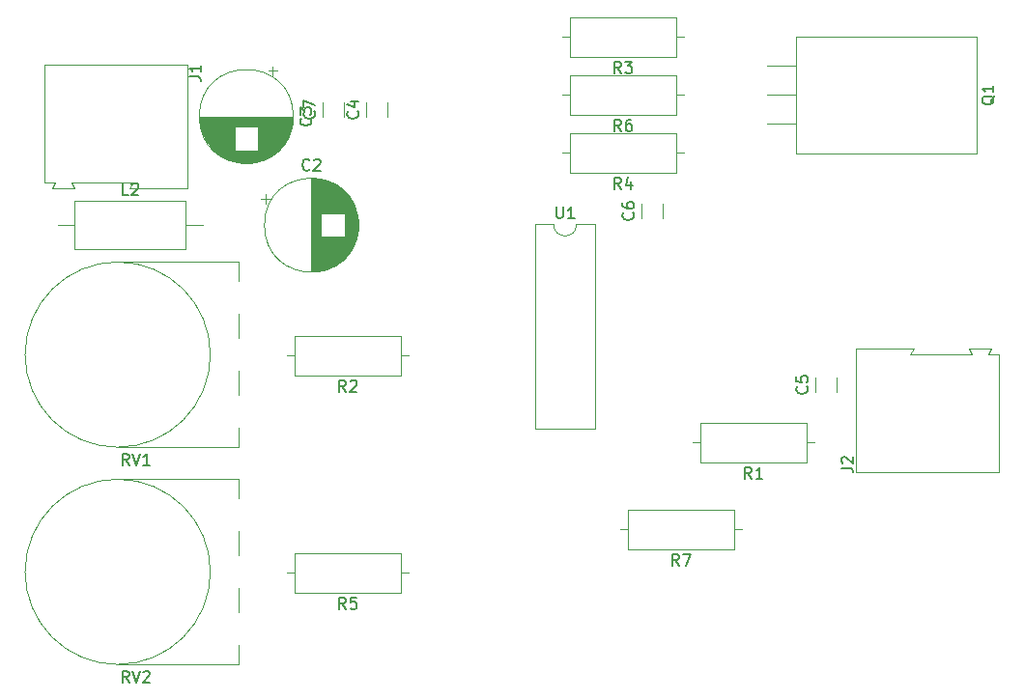
<source format=gbr>
%TF.GenerationSoftware,KiCad,Pcbnew,5.1.8*%
%TF.CreationDate,2021-01-03T19:29:45+03:30*%
%TF.ProjectId,rev-1.3,7265762d-312e-4332-9e6b-696361645f70,rev?*%
%TF.SameCoordinates,Original*%
%TF.FileFunction,Legend,Top*%
%TF.FilePolarity,Positive*%
%FSLAX46Y46*%
G04 Gerber Fmt 4.6, Leading zero omitted, Abs format (unit mm)*
G04 Created by KiCad (PCBNEW 5.1.8) date 2021-01-03 19:29:45*
%MOMM*%
%LPD*%
G01*
G04 APERTURE LIST*
%ADD10C,0.120000*%
%ADD11C,0.150000*%
G04 APERTURE END LIST*
D10*
%TO.C,U1*%
X134730000Y-39310000D02*
X133080000Y-39310000D01*
X134730000Y-57210000D02*
X134730000Y-39310000D01*
X129430000Y-57210000D02*
X134730000Y-57210000D01*
X129430000Y-39310000D02*
X129430000Y-57210000D01*
X131080000Y-39310000D02*
X129430000Y-39310000D01*
X133080000Y-39310000D02*
G75*
G02*
X131080000Y-39310000I-1000000J0D01*
G01*
%TO.C,RV2*%
X103490000Y-61650000D02*
X92870000Y-61650000D01*
X103490000Y-63345000D02*
X103490000Y-61650000D01*
X103490000Y-68345000D02*
X103490000Y-66195000D01*
X103490000Y-73344000D02*
X103490000Y-71195000D01*
X103490000Y-77890000D02*
X103490000Y-76196000D01*
X103490000Y-77890000D02*
X92870000Y-77890000D01*
X100990000Y-69770000D02*
G75*
G03*
X100990000Y-69770000I-8120000J0D01*
G01*
%TO.C,RV1*%
X103490000Y-42600000D02*
X92870000Y-42600000D01*
X103490000Y-44295000D02*
X103490000Y-42600000D01*
X103490000Y-49295000D02*
X103490000Y-47145000D01*
X103490000Y-54294000D02*
X103490000Y-52145000D01*
X103490000Y-58840000D02*
X103490000Y-57146000D01*
X103490000Y-58840000D02*
X92870000Y-58840000D01*
X100990000Y-50720000D02*
G75*
G03*
X100990000Y-50720000I-8120000J0D01*
G01*
%TO.C,R7*%
X136930000Y-66040000D02*
X137620000Y-66040000D01*
X147550000Y-66040000D02*
X146860000Y-66040000D01*
X137620000Y-67760000D02*
X146860000Y-67760000D01*
X137620000Y-64320000D02*
X137620000Y-67760000D01*
X146860000Y-64320000D02*
X137620000Y-64320000D01*
X146860000Y-67760000D02*
X146860000Y-64320000D01*
%TO.C,R6*%
X131850000Y-27940000D02*
X132540000Y-27940000D01*
X142470000Y-27940000D02*
X141780000Y-27940000D01*
X132540000Y-29660000D02*
X141780000Y-29660000D01*
X132540000Y-26220000D02*
X132540000Y-29660000D01*
X141780000Y-26220000D02*
X132540000Y-26220000D01*
X141780000Y-29660000D02*
X141780000Y-26220000D01*
%TO.C,R5*%
X107720000Y-69850000D02*
X108410000Y-69850000D01*
X118340000Y-69850000D02*
X117650000Y-69850000D01*
X108410000Y-71570000D02*
X117650000Y-71570000D01*
X108410000Y-68130000D02*
X108410000Y-71570000D01*
X117650000Y-68130000D02*
X108410000Y-68130000D01*
X117650000Y-71570000D02*
X117650000Y-68130000D01*
%TO.C,R4*%
X131850000Y-33020000D02*
X132540000Y-33020000D01*
X142470000Y-33020000D02*
X141780000Y-33020000D01*
X132540000Y-34740000D02*
X141780000Y-34740000D01*
X132540000Y-31300000D02*
X132540000Y-34740000D01*
X141780000Y-31300000D02*
X132540000Y-31300000D01*
X141780000Y-34740000D02*
X141780000Y-31300000D01*
%TO.C,R3*%
X131850000Y-22860000D02*
X132540000Y-22860000D01*
X142470000Y-22860000D02*
X141780000Y-22860000D01*
X132540000Y-24580000D02*
X141780000Y-24580000D01*
X132540000Y-21140000D02*
X132540000Y-24580000D01*
X141780000Y-21140000D02*
X132540000Y-21140000D01*
X141780000Y-24580000D02*
X141780000Y-21140000D01*
%TO.C,R2*%
X107720000Y-50800000D02*
X108410000Y-50800000D01*
X118340000Y-50800000D02*
X117650000Y-50800000D01*
X108410000Y-52520000D02*
X117650000Y-52520000D01*
X108410000Y-49080000D02*
X108410000Y-52520000D01*
X117650000Y-49080000D02*
X108410000Y-49080000D01*
X117650000Y-52520000D02*
X117650000Y-49080000D01*
%TO.C,R1*%
X143280000Y-58420000D02*
X143970000Y-58420000D01*
X153900000Y-58420000D02*
X153210000Y-58420000D01*
X143970000Y-60140000D02*
X153210000Y-60140000D01*
X143970000Y-56700000D02*
X143970000Y-60140000D01*
X153210000Y-56700000D02*
X143970000Y-56700000D01*
X153210000Y-60140000D02*
X153210000Y-56700000D01*
%TO.C,Q1*%
X152280000Y-30480000D02*
X149740000Y-30480000D01*
X152280000Y-27940000D02*
X149740000Y-27940000D01*
X152280000Y-25400000D02*
X149740000Y-25400000D01*
X168170000Y-33060000D02*
X152280000Y-33060000D01*
X168170000Y-22820000D02*
X152280000Y-22820000D01*
X168170000Y-22820000D02*
X168170000Y-33060000D01*
X152280000Y-22820000D02*
X152280000Y-33060000D01*
%TO.C,L2*%
X100360000Y-39370000D02*
X98850000Y-39370000D01*
X87600000Y-39370000D02*
X89110000Y-39370000D01*
X98850000Y-37250000D02*
X89110000Y-37250000D01*
X98850000Y-41490000D02*
X98850000Y-37250000D01*
X89110000Y-41490000D02*
X98850000Y-41490000D01*
X89110000Y-37250000D02*
X89110000Y-41490000D01*
%TO.C,J2*%
X157530000Y-50220000D02*
X157530000Y-61070000D01*
X162630000Y-50220000D02*
X157530000Y-50220000D01*
X162330000Y-50720000D02*
X162630000Y-50220000D01*
X167730000Y-50720000D02*
X162330000Y-50720000D01*
X167480000Y-50220000D02*
X167730000Y-50720000D01*
X167530000Y-50220000D02*
X167480000Y-50220000D01*
X169430000Y-50220000D02*
X167530000Y-50220000D01*
X169180000Y-50720000D02*
X169430000Y-50220000D01*
X170130000Y-50720000D02*
X169180000Y-50720000D01*
X170130000Y-61070000D02*
X170130000Y-50720000D01*
X157530000Y-61070000D02*
X170130000Y-61070000D01*
%TO.C,J1*%
X99010000Y-36140000D02*
X99010000Y-25290000D01*
X93910000Y-36140000D02*
X99010000Y-36140000D01*
X94210000Y-35640000D02*
X93910000Y-36140000D01*
X88810000Y-35640000D02*
X94210000Y-35640000D01*
X89060000Y-36140000D02*
X88810000Y-35640000D01*
X89010000Y-36140000D02*
X89060000Y-36140000D01*
X87110000Y-36140000D02*
X89010000Y-36140000D01*
X87360000Y-35640000D02*
X87110000Y-36140000D01*
X86410000Y-35640000D02*
X87360000Y-35640000D01*
X86410000Y-25290000D02*
X86410000Y-35640000D01*
X99010000Y-25290000D02*
X86410000Y-25290000D01*
%TO.C,C7*%
X112680000Y-29859000D02*
X112680000Y-28601000D01*
X110840000Y-29859000D02*
X110840000Y-28601000D01*
%TO.C,C6*%
X140620000Y-38749000D02*
X140620000Y-37491000D01*
X138780000Y-38749000D02*
X138780000Y-37491000D01*
%TO.C,C5*%
X155860000Y-53989000D02*
X155860000Y-52731000D01*
X154020000Y-53989000D02*
X154020000Y-52731000D01*
%TO.C,C4*%
X116490000Y-29859000D02*
X116490000Y-28601000D01*
X114650000Y-29859000D02*
X114650000Y-28601000D01*
%TO.C,C3*%
X106855000Y-25830302D02*
X106055000Y-25830302D01*
X106455000Y-25430302D02*
X106455000Y-26230302D01*
X104673000Y-33921000D02*
X103607000Y-33921000D01*
X104908000Y-33881000D02*
X103372000Y-33881000D01*
X105088000Y-33841000D02*
X103192000Y-33841000D01*
X105238000Y-33801000D02*
X103042000Y-33801000D01*
X105369000Y-33761000D02*
X102911000Y-33761000D01*
X105486000Y-33721000D02*
X102794000Y-33721000D01*
X105593000Y-33681000D02*
X102687000Y-33681000D01*
X105692000Y-33641000D02*
X102588000Y-33641000D01*
X105785000Y-33601000D02*
X102495000Y-33601000D01*
X105871000Y-33561000D02*
X102409000Y-33561000D01*
X105953000Y-33521000D02*
X102327000Y-33521000D01*
X106030000Y-33481000D02*
X102250000Y-33481000D01*
X106104000Y-33441000D02*
X102176000Y-33441000D01*
X106174000Y-33401000D02*
X102106000Y-33401000D01*
X106242000Y-33361000D02*
X102038000Y-33361000D01*
X106306000Y-33321000D02*
X101974000Y-33321000D01*
X106368000Y-33281000D02*
X101912000Y-33281000D01*
X106427000Y-33241000D02*
X101853000Y-33241000D01*
X106485000Y-33201000D02*
X101795000Y-33201000D01*
X106540000Y-33161000D02*
X101740000Y-33161000D01*
X106594000Y-33121000D02*
X101686000Y-33121000D01*
X106645000Y-33081000D02*
X101635000Y-33081000D01*
X106696000Y-33041000D02*
X101584000Y-33041000D01*
X106744000Y-33001000D02*
X101536000Y-33001000D01*
X106791000Y-32961000D02*
X101489000Y-32961000D01*
X106837000Y-32921000D02*
X101443000Y-32921000D01*
X106881000Y-32881000D02*
X101399000Y-32881000D01*
X106924000Y-32841000D02*
X101356000Y-32841000D01*
X106966000Y-32801000D02*
X101314000Y-32801000D01*
X103100000Y-32761000D02*
X101273000Y-32761000D01*
X107007000Y-32761000D02*
X105180000Y-32761000D01*
X103100000Y-32721000D02*
X101233000Y-32721000D01*
X107047000Y-32721000D02*
X105180000Y-32721000D01*
X103100000Y-32681000D02*
X101195000Y-32681000D01*
X107085000Y-32681000D02*
X105180000Y-32681000D01*
X103100000Y-32641000D02*
X101157000Y-32641000D01*
X107123000Y-32641000D02*
X105180000Y-32641000D01*
X103100000Y-32601000D02*
X101121000Y-32601000D01*
X107159000Y-32601000D02*
X105180000Y-32601000D01*
X103100000Y-32561000D02*
X101085000Y-32561000D01*
X107195000Y-32561000D02*
X105180000Y-32561000D01*
X103100000Y-32521000D02*
X101050000Y-32521000D01*
X107230000Y-32521000D02*
X105180000Y-32521000D01*
X103100000Y-32481000D02*
X101016000Y-32481000D01*
X107264000Y-32481000D02*
X105180000Y-32481000D01*
X103100000Y-32441000D02*
X100984000Y-32441000D01*
X107296000Y-32441000D02*
X105180000Y-32441000D01*
X103100000Y-32401000D02*
X100951000Y-32401000D01*
X107329000Y-32401000D02*
X105180000Y-32401000D01*
X103100000Y-32361000D02*
X100920000Y-32361000D01*
X107360000Y-32361000D02*
X105180000Y-32361000D01*
X103100000Y-32321000D02*
X100890000Y-32321000D01*
X107390000Y-32321000D02*
X105180000Y-32321000D01*
X103100000Y-32281000D02*
X100860000Y-32281000D01*
X107420000Y-32281000D02*
X105180000Y-32281000D01*
X103100000Y-32241000D02*
X100831000Y-32241000D01*
X107449000Y-32241000D02*
X105180000Y-32241000D01*
X103100000Y-32201000D02*
X100802000Y-32201000D01*
X107478000Y-32201000D02*
X105180000Y-32201000D01*
X103100000Y-32161000D02*
X100775000Y-32161000D01*
X107505000Y-32161000D02*
X105180000Y-32161000D01*
X103100000Y-32121000D02*
X100748000Y-32121000D01*
X107532000Y-32121000D02*
X105180000Y-32121000D01*
X103100000Y-32081000D02*
X100722000Y-32081000D01*
X107558000Y-32081000D02*
X105180000Y-32081000D01*
X103100000Y-32041000D02*
X100696000Y-32041000D01*
X107584000Y-32041000D02*
X105180000Y-32041000D01*
X103100000Y-32001000D02*
X100671000Y-32001000D01*
X107609000Y-32001000D02*
X105180000Y-32001000D01*
X103100000Y-31961000D02*
X100647000Y-31961000D01*
X107633000Y-31961000D02*
X105180000Y-31961000D01*
X103100000Y-31921000D02*
X100623000Y-31921000D01*
X107657000Y-31921000D02*
X105180000Y-31921000D01*
X103100000Y-31881000D02*
X100600000Y-31881000D01*
X107680000Y-31881000D02*
X105180000Y-31881000D01*
X103100000Y-31841000D02*
X100578000Y-31841000D01*
X107702000Y-31841000D02*
X105180000Y-31841000D01*
X103100000Y-31801000D02*
X100556000Y-31801000D01*
X107724000Y-31801000D02*
X105180000Y-31801000D01*
X103100000Y-31761000D02*
X100534000Y-31761000D01*
X107746000Y-31761000D02*
X105180000Y-31761000D01*
X103100000Y-31721000D02*
X100513000Y-31721000D01*
X107767000Y-31721000D02*
X105180000Y-31721000D01*
X103100000Y-31681000D02*
X100493000Y-31681000D01*
X107787000Y-31681000D02*
X105180000Y-31681000D01*
X103100000Y-31641000D02*
X100474000Y-31641000D01*
X107806000Y-31641000D02*
X105180000Y-31641000D01*
X103100000Y-31601000D02*
X100454000Y-31601000D01*
X107826000Y-31601000D02*
X105180000Y-31601000D01*
X103100000Y-31561000D02*
X100436000Y-31561000D01*
X107844000Y-31561000D02*
X105180000Y-31561000D01*
X103100000Y-31521000D02*
X100418000Y-31521000D01*
X107862000Y-31521000D02*
X105180000Y-31521000D01*
X103100000Y-31481000D02*
X100400000Y-31481000D01*
X107880000Y-31481000D02*
X105180000Y-31481000D01*
X103100000Y-31441000D02*
X100383000Y-31441000D01*
X107897000Y-31441000D02*
X105180000Y-31441000D01*
X103100000Y-31401000D02*
X100366000Y-31401000D01*
X107914000Y-31401000D02*
X105180000Y-31401000D01*
X103100000Y-31361000D02*
X100350000Y-31361000D01*
X107930000Y-31361000D02*
X105180000Y-31361000D01*
X103100000Y-31321000D02*
X100335000Y-31321000D01*
X107945000Y-31321000D02*
X105180000Y-31321000D01*
X103100000Y-31281000D02*
X100319000Y-31281000D01*
X107961000Y-31281000D02*
X105180000Y-31281000D01*
X103100000Y-31241000D02*
X100305000Y-31241000D01*
X107975000Y-31241000D02*
X105180000Y-31241000D01*
X103100000Y-31201000D02*
X100290000Y-31201000D01*
X107990000Y-31201000D02*
X105180000Y-31201000D01*
X103100000Y-31161000D02*
X100277000Y-31161000D01*
X108003000Y-31161000D02*
X105180000Y-31161000D01*
X103100000Y-31121000D02*
X100263000Y-31121000D01*
X108017000Y-31121000D02*
X105180000Y-31121000D01*
X103100000Y-31081000D02*
X100251000Y-31081000D01*
X108029000Y-31081000D02*
X105180000Y-31081000D01*
X103100000Y-31041000D02*
X100238000Y-31041000D01*
X108042000Y-31041000D02*
X105180000Y-31041000D01*
X103100000Y-31001000D02*
X100226000Y-31001000D01*
X108054000Y-31001000D02*
X105180000Y-31001000D01*
X103100000Y-30961000D02*
X100215000Y-30961000D01*
X108065000Y-30961000D02*
X105180000Y-30961000D01*
X103100000Y-30921000D02*
X100204000Y-30921000D01*
X108076000Y-30921000D02*
X105180000Y-30921000D01*
X103100000Y-30881000D02*
X100193000Y-30881000D01*
X108087000Y-30881000D02*
X105180000Y-30881000D01*
X103100000Y-30841000D02*
X100183000Y-30841000D01*
X108097000Y-30841000D02*
X105180000Y-30841000D01*
X103100000Y-30801000D02*
X100173000Y-30801000D01*
X108107000Y-30801000D02*
X105180000Y-30801000D01*
X103100000Y-30761000D02*
X100164000Y-30761000D01*
X108116000Y-30761000D02*
X105180000Y-30761000D01*
X103100000Y-30721000D02*
X100155000Y-30721000D01*
X108125000Y-30721000D02*
X105180000Y-30721000D01*
X108134000Y-30681000D02*
X100146000Y-30681000D01*
X108142000Y-30641000D02*
X100138000Y-30641000D01*
X108150000Y-30601000D02*
X100130000Y-30601000D01*
X108157000Y-30561000D02*
X100123000Y-30561000D01*
X108164000Y-30520000D02*
X100116000Y-30520000D01*
X108170000Y-30480000D02*
X100110000Y-30480000D01*
X108177000Y-30440000D02*
X100103000Y-30440000D01*
X108182000Y-30400000D02*
X100098000Y-30400000D01*
X108188000Y-30360000D02*
X100092000Y-30360000D01*
X108192000Y-30320000D02*
X100088000Y-30320000D01*
X108197000Y-30280000D02*
X100083000Y-30280000D01*
X108201000Y-30240000D02*
X100079000Y-30240000D01*
X108205000Y-30200000D02*
X100075000Y-30200000D01*
X108208000Y-30160000D02*
X100072000Y-30160000D01*
X108211000Y-30120000D02*
X100069000Y-30120000D01*
X108214000Y-30080000D02*
X100066000Y-30080000D01*
X108216000Y-30040000D02*
X100064000Y-30040000D01*
X108217000Y-30000000D02*
X100063000Y-30000000D01*
X108219000Y-29960000D02*
X100061000Y-29960000D01*
X108220000Y-29920000D02*
X100060000Y-29920000D01*
X108220000Y-29880000D02*
X100060000Y-29880000D01*
X108220000Y-29840000D02*
X100060000Y-29840000D01*
X108260000Y-29840000D02*
G75*
G03*
X108260000Y-29840000I-4120000J0D01*
G01*
%TO.C,C2*%
X105840302Y-36655000D02*
X105840302Y-37455000D01*
X105440302Y-37055000D02*
X106240302Y-37055000D01*
X113931000Y-38837000D02*
X113931000Y-39903000D01*
X113891000Y-38602000D02*
X113891000Y-40138000D01*
X113851000Y-38422000D02*
X113851000Y-40318000D01*
X113811000Y-38272000D02*
X113811000Y-40468000D01*
X113771000Y-38141000D02*
X113771000Y-40599000D01*
X113731000Y-38024000D02*
X113731000Y-40716000D01*
X113691000Y-37917000D02*
X113691000Y-40823000D01*
X113651000Y-37818000D02*
X113651000Y-40922000D01*
X113611000Y-37725000D02*
X113611000Y-41015000D01*
X113571000Y-37639000D02*
X113571000Y-41101000D01*
X113531000Y-37557000D02*
X113531000Y-41183000D01*
X113491000Y-37480000D02*
X113491000Y-41260000D01*
X113451000Y-37406000D02*
X113451000Y-41334000D01*
X113411000Y-37336000D02*
X113411000Y-41404000D01*
X113371000Y-37268000D02*
X113371000Y-41472000D01*
X113331000Y-37204000D02*
X113331000Y-41536000D01*
X113291000Y-37142000D02*
X113291000Y-41598000D01*
X113251000Y-37083000D02*
X113251000Y-41657000D01*
X113211000Y-37025000D02*
X113211000Y-41715000D01*
X113171000Y-36970000D02*
X113171000Y-41770000D01*
X113131000Y-36916000D02*
X113131000Y-41824000D01*
X113091000Y-36865000D02*
X113091000Y-41875000D01*
X113051000Y-36814000D02*
X113051000Y-41926000D01*
X113011000Y-36766000D02*
X113011000Y-41974000D01*
X112971000Y-36719000D02*
X112971000Y-42021000D01*
X112931000Y-36673000D02*
X112931000Y-42067000D01*
X112891000Y-36629000D02*
X112891000Y-42111000D01*
X112851000Y-36586000D02*
X112851000Y-42154000D01*
X112811000Y-36544000D02*
X112811000Y-42196000D01*
X112771000Y-40410000D02*
X112771000Y-42237000D01*
X112771000Y-36503000D02*
X112771000Y-38330000D01*
X112731000Y-40410000D02*
X112731000Y-42277000D01*
X112731000Y-36463000D02*
X112731000Y-38330000D01*
X112691000Y-40410000D02*
X112691000Y-42315000D01*
X112691000Y-36425000D02*
X112691000Y-38330000D01*
X112651000Y-40410000D02*
X112651000Y-42353000D01*
X112651000Y-36387000D02*
X112651000Y-38330000D01*
X112611000Y-40410000D02*
X112611000Y-42389000D01*
X112611000Y-36351000D02*
X112611000Y-38330000D01*
X112571000Y-40410000D02*
X112571000Y-42425000D01*
X112571000Y-36315000D02*
X112571000Y-38330000D01*
X112531000Y-40410000D02*
X112531000Y-42460000D01*
X112531000Y-36280000D02*
X112531000Y-38330000D01*
X112491000Y-40410000D02*
X112491000Y-42494000D01*
X112491000Y-36246000D02*
X112491000Y-38330000D01*
X112451000Y-40410000D02*
X112451000Y-42526000D01*
X112451000Y-36214000D02*
X112451000Y-38330000D01*
X112411000Y-40410000D02*
X112411000Y-42559000D01*
X112411000Y-36181000D02*
X112411000Y-38330000D01*
X112371000Y-40410000D02*
X112371000Y-42590000D01*
X112371000Y-36150000D02*
X112371000Y-38330000D01*
X112331000Y-40410000D02*
X112331000Y-42620000D01*
X112331000Y-36120000D02*
X112331000Y-38330000D01*
X112291000Y-40410000D02*
X112291000Y-42650000D01*
X112291000Y-36090000D02*
X112291000Y-38330000D01*
X112251000Y-40410000D02*
X112251000Y-42679000D01*
X112251000Y-36061000D02*
X112251000Y-38330000D01*
X112211000Y-40410000D02*
X112211000Y-42708000D01*
X112211000Y-36032000D02*
X112211000Y-38330000D01*
X112171000Y-40410000D02*
X112171000Y-42735000D01*
X112171000Y-36005000D02*
X112171000Y-38330000D01*
X112131000Y-40410000D02*
X112131000Y-42762000D01*
X112131000Y-35978000D02*
X112131000Y-38330000D01*
X112091000Y-40410000D02*
X112091000Y-42788000D01*
X112091000Y-35952000D02*
X112091000Y-38330000D01*
X112051000Y-40410000D02*
X112051000Y-42814000D01*
X112051000Y-35926000D02*
X112051000Y-38330000D01*
X112011000Y-40410000D02*
X112011000Y-42839000D01*
X112011000Y-35901000D02*
X112011000Y-38330000D01*
X111971000Y-40410000D02*
X111971000Y-42863000D01*
X111971000Y-35877000D02*
X111971000Y-38330000D01*
X111931000Y-40410000D02*
X111931000Y-42887000D01*
X111931000Y-35853000D02*
X111931000Y-38330000D01*
X111891000Y-40410000D02*
X111891000Y-42910000D01*
X111891000Y-35830000D02*
X111891000Y-38330000D01*
X111851000Y-40410000D02*
X111851000Y-42932000D01*
X111851000Y-35808000D02*
X111851000Y-38330000D01*
X111811000Y-40410000D02*
X111811000Y-42954000D01*
X111811000Y-35786000D02*
X111811000Y-38330000D01*
X111771000Y-40410000D02*
X111771000Y-42976000D01*
X111771000Y-35764000D02*
X111771000Y-38330000D01*
X111731000Y-40410000D02*
X111731000Y-42997000D01*
X111731000Y-35743000D02*
X111731000Y-38330000D01*
X111691000Y-40410000D02*
X111691000Y-43017000D01*
X111691000Y-35723000D02*
X111691000Y-38330000D01*
X111651000Y-40410000D02*
X111651000Y-43036000D01*
X111651000Y-35704000D02*
X111651000Y-38330000D01*
X111611000Y-40410000D02*
X111611000Y-43056000D01*
X111611000Y-35684000D02*
X111611000Y-38330000D01*
X111571000Y-40410000D02*
X111571000Y-43074000D01*
X111571000Y-35666000D02*
X111571000Y-38330000D01*
X111531000Y-40410000D02*
X111531000Y-43092000D01*
X111531000Y-35648000D02*
X111531000Y-38330000D01*
X111491000Y-40410000D02*
X111491000Y-43110000D01*
X111491000Y-35630000D02*
X111491000Y-38330000D01*
X111451000Y-40410000D02*
X111451000Y-43127000D01*
X111451000Y-35613000D02*
X111451000Y-38330000D01*
X111411000Y-40410000D02*
X111411000Y-43144000D01*
X111411000Y-35596000D02*
X111411000Y-38330000D01*
X111371000Y-40410000D02*
X111371000Y-43160000D01*
X111371000Y-35580000D02*
X111371000Y-38330000D01*
X111331000Y-40410000D02*
X111331000Y-43175000D01*
X111331000Y-35565000D02*
X111331000Y-38330000D01*
X111291000Y-40410000D02*
X111291000Y-43191000D01*
X111291000Y-35549000D02*
X111291000Y-38330000D01*
X111251000Y-40410000D02*
X111251000Y-43205000D01*
X111251000Y-35535000D02*
X111251000Y-38330000D01*
X111211000Y-40410000D02*
X111211000Y-43220000D01*
X111211000Y-35520000D02*
X111211000Y-38330000D01*
X111171000Y-40410000D02*
X111171000Y-43233000D01*
X111171000Y-35507000D02*
X111171000Y-38330000D01*
X111131000Y-40410000D02*
X111131000Y-43247000D01*
X111131000Y-35493000D02*
X111131000Y-38330000D01*
X111091000Y-40410000D02*
X111091000Y-43259000D01*
X111091000Y-35481000D02*
X111091000Y-38330000D01*
X111051000Y-40410000D02*
X111051000Y-43272000D01*
X111051000Y-35468000D02*
X111051000Y-38330000D01*
X111011000Y-40410000D02*
X111011000Y-43284000D01*
X111011000Y-35456000D02*
X111011000Y-38330000D01*
X110971000Y-40410000D02*
X110971000Y-43295000D01*
X110971000Y-35445000D02*
X110971000Y-38330000D01*
X110931000Y-40410000D02*
X110931000Y-43306000D01*
X110931000Y-35434000D02*
X110931000Y-38330000D01*
X110891000Y-40410000D02*
X110891000Y-43317000D01*
X110891000Y-35423000D02*
X110891000Y-38330000D01*
X110851000Y-40410000D02*
X110851000Y-43327000D01*
X110851000Y-35413000D02*
X110851000Y-38330000D01*
X110811000Y-40410000D02*
X110811000Y-43337000D01*
X110811000Y-35403000D02*
X110811000Y-38330000D01*
X110771000Y-40410000D02*
X110771000Y-43346000D01*
X110771000Y-35394000D02*
X110771000Y-38330000D01*
X110731000Y-40410000D02*
X110731000Y-43355000D01*
X110731000Y-35385000D02*
X110731000Y-38330000D01*
X110691000Y-35376000D02*
X110691000Y-43364000D01*
X110651000Y-35368000D02*
X110651000Y-43372000D01*
X110611000Y-35360000D02*
X110611000Y-43380000D01*
X110571000Y-35353000D02*
X110571000Y-43387000D01*
X110530000Y-35346000D02*
X110530000Y-43394000D01*
X110490000Y-35340000D02*
X110490000Y-43400000D01*
X110450000Y-35333000D02*
X110450000Y-43407000D01*
X110410000Y-35328000D02*
X110410000Y-43412000D01*
X110370000Y-35322000D02*
X110370000Y-43418000D01*
X110330000Y-35318000D02*
X110330000Y-43422000D01*
X110290000Y-35313000D02*
X110290000Y-43427000D01*
X110250000Y-35309000D02*
X110250000Y-43431000D01*
X110210000Y-35305000D02*
X110210000Y-43435000D01*
X110170000Y-35302000D02*
X110170000Y-43438000D01*
X110130000Y-35299000D02*
X110130000Y-43441000D01*
X110090000Y-35296000D02*
X110090000Y-43444000D01*
X110050000Y-35294000D02*
X110050000Y-43446000D01*
X110010000Y-35293000D02*
X110010000Y-43447000D01*
X109970000Y-35291000D02*
X109970000Y-43449000D01*
X109930000Y-35290000D02*
X109930000Y-43450000D01*
X109890000Y-35290000D02*
X109890000Y-43450000D01*
X109850000Y-35290000D02*
X109850000Y-43450000D01*
X113970000Y-39370000D02*
G75*
G03*
X113970000Y-39370000I-4120000J0D01*
G01*
%TO.C,U1*%
D11*
X131318095Y-37762380D02*
X131318095Y-38571904D01*
X131365714Y-38667142D01*
X131413333Y-38714761D01*
X131508571Y-38762380D01*
X131699047Y-38762380D01*
X131794285Y-38714761D01*
X131841904Y-38667142D01*
X131889523Y-38571904D01*
X131889523Y-37762380D01*
X132889523Y-38762380D02*
X132318095Y-38762380D01*
X132603809Y-38762380D02*
X132603809Y-37762380D01*
X132508571Y-37905238D01*
X132413333Y-38000476D01*
X132318095Y-38048095D01*
%TO.C,RV2*%
X93859761Y-79472380D02*
X93526428Y-78996190D01*
X93288333Y-79472380D02*
X93288333Y-78472380D01*
X93669285Y-78472380D01*
X93764523Y-78520000D01*
X93812142Y-78567619D01*
X93859761Y-78662857D01*
X93859761Y-78805714D01*
X93812142Y-78900952D01*
X93764523Y-78948571D01*
X93669285Y-78996190D01*
X93288333Y-78996190D01*
X94145476Y-78472380D02*
X94478809Y-79472380D01*
X94812142Y-78472380D01*
X95097857Y-78567619D02*
X95145476Y-78520000D01*
X95240714Y-78472380D01*
X95478809Y-78472380D01*
X95574047Y-78520000D01*
X95621666Y-78567619D01*
X95669285Y-78662857D01*
X95669285Y-78758095D01*
X95621666Y-78900952D01*
X95050238Y-79472380D01*
X95669285Y-79472380D01*
%TO.C,RV1*%
X93859761Y-60422380D02*
X93526428Y-59946190D01*
X93288333Y-60422380D02*
X93288333Y-59422380D01*
X93669285Y-59422380D01*
X93764523Y-59470000D01*
X93812142Y-59517619D01*
X93859761Y-59612857D01*
X93859761Y-59755714D01*
X93812142Y-59850952D01*
X93764523Y-59898571D01*
X93669285Y-59946190D01*
X93288333Y-59946190D01*
X94145476Y-59422380D02*
X94478809Y-60422380D01*
X94812142Y-59422380D01*
X95669285Y-60422380D02*
X95097857Y-60422380D01*
X95383571Y-60422380D02*
X95383571Y-59422380D01*
X95288333Y-59565238D01*
X95193095Y-59660476D01*
X95097857Y-59708095D01*
%TO.C,R7*%
X142073333Y-69212380D02*
X141740000Y-68736190D01*
X141501904Y-69212380D02*
X141501904Y-68212380D01*
X141882857Y-68212380D01*
X141978095Y-68260000D01*
X142025714Y-68307619D01*
X142073333Y-68402857D01*
X142073333Y-68545714D01*
X142025714Y-68640952D01*
X141978095Y-68688571D01*
X141882857Y-68736190D01*
X141501904Y-68736190D01*
X142406666Y-68212380D02*
X143073333Y-68212380D01*
X142644761Y-69212380D01*
%TO.C,R6*%
X136993333Y-31112380D02*
X136660000Y-30636190D01*
X136421904Y-31112380D02*
X136421904Y-30112380D01*
X136802857Y-30112380D01*
X136898095Y-30160000D01*
X136945714Y-30207619D01*
X136993333Y-30302857D01*
X136993333Y-30445714D01*
X136945714Y-30540952D01*
X136898095Y-30588571D01*
X136802857Y-30636190D01*
X136421904Y-30636190D01*
X137850476Y-30112380D02*
X137660000Y-30112380D01*
X137564761Y-30160000D01*
X137517142Y-30207619D01*
X137421904Y-30350476D01*
X137374285Y-30540952D01*
X137374285Y-30921904D01*
X137421904Y-31017142D01*
X137469523Y-31064761D01*
X137564761Y-31112380D01*
X137755238Y-31112380D01*
X137850476Y-31064761D01*
X137898095Y-31017142D01*
X137945714Y-30921904D01*
X137945714Y-30683809D01*
X137898095Y-30588571D01*
X137850476Y-30540952D01*
X137755238Y-30493333D01*
X137564761Y-30493333D01*
X137469523Y-30540952D01*
X137421904Y-30588571D01*
X137374285Y-30683809D01*
%TO.C,R5*%
X112863333Y-73022380D02*
X112530000Y-72546190D01*
X112291904Y-73022380D02*
X112291904Y-72022380D01*
X112672857Y-72022380D01*
X112768095Y-72070000D01*
X112815714Y-72117619D01*
X112863333Y-72212857D01*
X112863333Y-72355714D01*
X112815714Y-72450952D01*
X112768095Y-72498571D01*
X112672857Y-72546190D01*
X112291904Y-72546190D01*
X113768095Y-72022380D02*
X113291904Y-72022380D01*
X113244285Y-72498571D01*
X113291904Y-72450952D01*
X113387142Y-72403333D01*
X113625238Y-72403333D01*
X113720476Y-72450952D01*
X113768095Y-72498571D01*
X113815714Y-72593809D01*
X113815714Y-72831904D01*
X113768095Y-72927142D01*
X113720476Y-72974761D01*
X113625238Y-73022380D01*
X113387142Y-73022380D01*
X113291904Y-72974761D01*
X113244285Y-72927142D01*
%TO.C,R4*%
X136993333Y-36192380D02*
X136660000Y-35716190D01*
X136421904Y-36192380D02*
X136421904Y-35192380D01*
X136802857Y-35192380D01*
X136898095Y-35240000D01*
X136945714Y-35287619D01*
X136993333Y-35382857D01*
X136993333Y-35525714D01*
X136945714Y-35620952D01*
X136898095Y-35668571D01*
X136802857Y-35716190D01*
X136421904Y-35716190D01*
X137850476Y-35525714D02*
X137850476Y-36192380D01*
X137612380Y-35144761D02*
X137374285Y-35859047D01*
X137993333Y-35859047D01*
%TO.C,R3*%
X136993333Y-26032380D02*
X136660000Y-25556190D01*
X136421904Y-26032380D02*
X136421904Y-25032380D01*
X136802857Y-25032380D01*
X136898095Y-25080000D01*
X136945714Y-25127619D01*
X136993333Y-25222857D01*
X136993333Y-25365714D01*
X136945714Y-25460952D01*
X136898095Y-25508571D01*
X136802857Y-25556190D01*
X136421904Y-25556190D01*
X137326666Y-25032380D02*
X137945714Y-25032380D01*
X137612380Y-25413333D01*
X137755238Y-25413333D01*
X137850476Y-25460952D01*
X137898095Y-25508571D01*
X137945714Y-25603809D01*
X137945714Y-25841904D01*
X137898095Y-25937142D01*
X137850476Y-25984761D01*
X137755238Y-26032380D01*
X137469523Y-26032380D01*
X137374285Y-25984761D01*
X137326666Y-25937142D01*
%TO.C,R2*%
X112863333Y-53972380D02*
X112530000Y-53496190D01*
X112291904Y-53972380D02*
X112291904Y-52972380D01*
X112672857Y-52972380D01*
X112768095Y-53020000D01*
X112815714Y-53067619D01*
X112863333Y-53162857D01*
X112863333Y-53305714D01*
X112815714Y-53400952D01*
X112768095Y-53448571D01*
X112672857Y-53496190D01*
X112291904Y-53496190D01*
X113244285Y-53067619D02*
X113291904Y-53020000D01*
X113387142Y-52972380D01*
X113625238Y-52972380D01*
X113720476Y-53020000D01*
X113768095Y-53067619D01*
X113815714Y-53162857D01*
X113815714Y-53258095D01*
X113768095Y-53400952D01*
X113196666Y-53972380D01*
X113815714Y-53972380D01*
%TO.C,R1*%
X148423333Y-61592380D02*
X148090000Y-61116190D01*
X147851904Y-61592380D02*
X147851904Y-60592380D01*
X148232857Y-60592380D01*
X148328095Y-60640000D01*
X148375714Y-60687619D01*
X148423333Y-60782857D01*
X148423333Y-60925714D01*
X148375714Y-61020952D01*
X148328095Y-61068571D01*
X148232857Y-61116190D01*
X147851904Y-61116190D01*
X149375714Y-61592380D02*
X148804285Y-61592380D01*
X149090000Y-61592380D02*
X149090000Y-60592380D01*
X148994761Y-60735238D01*
X148899523Y-60830476D01*
X148804285Y-60878095D01*
%TO.C,Q1*%
X169717619Y-28035238D02*
X169670000Y-28130476D01*
X169574761Y-28225714D01*
X169431904Y-28368571D01*
X169384285Y-28463809D01*
X169384285Y-28559047D01*
X169622380Y-28511428D02*
X169574761Y-28606666D01*
X169479523Y-28701904D01*
X169289047Y-28749523D01*
X168955714Y-28749523D01*
X168765238Y-28701904D01*
X168670000Y-28606666D01*
X168622380Y-28511428D01*
X168622380Y-28320952D01*
X168670000Y-28225714D01*
X168765238Y-28130476D01*
X168955714Y-28082857D01*
X169289047Y-28082857D01*
X169479523Y-28130476D01*
X169574761Y-28225714D01*
X169622380Y-28320952D01*
X169622380Y-28511428D01*
X169622380Y-27130476D02*
X169622380Y-27701904D01*
X169622380Y-27416190D02*
X168622380Y-27416190D01*
X168765238Y-27511428D01*
X168860476Y-27606666D01*
X168908095Y-27701904D01*
%TO.C,L2*%
X93813333Y-36702380D02*
X93337142Y-36702380D01*
X93337142Y-35702380D01*
X94099047Y-35797619D02*
X94146666Y-35750000D01*
X94241904Y-35702380D01*
X94480000Y-35702380D01*
X94575238Y-35750000D01*
X94622857Y-35797619D01*
X94670476Y-35892857D01*
X94670476Y-35988095D01*
X94622857Y-36130952D01*
X94051428Y-36702380D01*
X94670476Y-36702380D01*
%TO.C,J2*%
X156292380Y-60673333D02*
X157006666Y-60673333D01*
X157149523Y-60720952D01*
X157244761Y-60816190D01*
X157292380Y-60959047D01*
X157292380Y-61054285D01*
X156387619Y-60244761D02*
X156340000Y-60197142D01*
X156292380Y-60101904D01*
X156292380Y-59863809D01*
X156340000Y-59768571D01*
X156387619Y-59720952D01*
X156482857Y-59673333D01*
X156578095Y-59673333D01*
X156720952Y-59720952D01*
X157292380Y-60292380D01*
X157292380Y-59673333D01*
%TO.C,J1*%
X99152380Y-26353333D02*
X99866666Y-26353333D01*
X100009523Y-26400952D01*
X100104761Y-26496190D01*
X100152380Y-26639047D01*
X100152380Y-26734285D01*
X100152380Y-25353333D02*
X100152380Y-25924761D01*
X100152380Y-25639047D02*
X99152380Y-25639047D01*
X99295238Y-25734285D01*
X99390476Y-25829523D01*
X99438095Y-25924761D01*
%TO.C,C7*%
X110067142Y-29396666D02*
X110114761Y-29444285D01*
X110162380Y-29587142D01*
X110162380Y-29682380D01*
X110114761Y-29825238D01*
X110019523Y-29920476D01*
X109924285Y-29968095D01*
X109733809Y-30015714D01*
X109590952Y-30015714D01*
X109400476Y-29968095D01*
X109305238Y-29920476D01*
X109210000Y-29825238D01*
X109162380Y-29682380D01*
X109162380Y-29587142D01*
X109210000Y-29444285D01*
X109257619Y-29396666D01*
X109162380Y-29063333D02*
X109162380Y-28396666D01*
X110162380Y-28825238D01*
%TO.C,C6*%
X138007142Y-38286666D02*
X138054761Y-38334285D01*
X138102380Y-38477142D01*
X138102380Y-38572380D01*
X138054761Y-38715238D01*
X137959523Y-38810476D01*
X137864285Y-38858095D01*
X137673809Y-38905714D01*
X137530952Y-38905714D01*
X137340476Y-38858095D01*
X137245238Y-38810476D01*
X137150000Y-38715238D01*
X137102380Y-38572380D01*
X137102380Y-38477142D01*
X137150000Y-38334285D01*
X137197619Y-38286666D01*
X137102380Y-37429523D02*
X137102380Y-37620000D01*
X137150000Y-37715238D01*
X137197619Y-37762857D01*
X137340476Y-37858095D01*
X137530952Y-37905714D01*
X137911904Y-37905714D01*
X138007142Y-37858095D01*
X138054761Y-37810476D01*
X138102380Y-37715238D01*
X138102380Y-37524761D01*
X138054761Y-37429523D01*
X138007142Y-37381904D01*
X137911904Y-37334285D01*
X137673809Y-37334285D01*
X137578571Y-37381904D01*
X137530952Y-37429523D01*
X137483333Y-37524761D01*
X137483333Y-37715238D01*
X137530952Y-37810476D01*
X137578571Y-37858095D01*
X137673809Y-37905714D01*
%TO.C,C5*%
X153247142Y-53526666D02*
X153294761Y-53574285D01*
X153342380Y-53717142D01*
X153342380Y-53812380D01*
X153294761Y-53955238D01*
X153199523Y-54050476D01*
X153104285Y-54098095D01*
X152913809Y-54145714D01*
X152770952Y-54145714D01*
X152580476Y-54098095D01*
X152485238Y-54050476D01*
X152390000Y-53955238D01*
X152342380Y-53812380D01*
X152342380Y-53717142D01*
X152390000Y-53574285D01*
X152437619Y-53526666D01*
X152342380Y-52621904D02*
X152342380Y-53098095D01*
X152818571Y-53145714D01*
X152770952Y-53098095D01*
X152723333Y-53002857D01*
X152723333Y-52764761D01*
X152770952Y-52669523D01*
X152818571Y-52621904D01*
X152913809Y-52574285D01*
X153151904Y-52574285D01*
X153247142Y-52621904D01*
X153294761Y-52669523D01*
X153342380Y-52764761D01*
X153342380Y-53002857D01*
X153294761Y-53098095D01*
X153247142Y-53145714D01*
%TO.C,C4*%
X113877142Y-29396666D02*
X113924761Y-29444285D01*
X113972380Y-29587142D01*
X113972380Y-29682380D01*
X113924761Y-29825238D01*
X113829523Y-29920476D01*
X113734285Y-29968095D01*
X113543809Y-30015714D01*
X113400952Y-30015714D01*
X113210476Y-29968095D01*
X113115238Y-29920476D01*
X113020000Y-29825238D01*
X112972380Y-29682380D01*
X112972380Y-29587142D01*
X113020000Y-29444285D01*
X113067619Y-29396666D01*
X113305714Y-28539523D02*
X113972380Y-28539523D01*
X112924761Y-28777619D02*
X113639047Y-29015714D01*
X113639047Y-28396666D01*
%TO.C,C3*%
X109747142Y-30006666D02*
X109794761Y-30054285D01*
X109842380Y-30197142D01*
X109842380Y-30292380D01*
X109794761Y-30435238D01*
X109699523Y-30530476D01*
X109604285Y-30578095D01*
X109413809Y-30625714D01*
X109270952Y-30625714D01*
X109080476Y-30578095D01*
X108985238Y-30530476D01*
X108890000Y-30435238D01*
X108842380Y-30292380D01*
X108842380Y-30197142D01*
X108890000Y-30054285D01*
X108937619Y-30006666D01*
X108842380Y-29673333D02*
X108842380Y-29054285D01*
X109223333Y-29387619D01*
X109223333Y-29244761D01*
X109270952Y-29149523D01*
X109318571Y-29101904D01*
X109413809Y-29054285D01*
X109651904Y-29054285D01*
X109747142Y-29101904D01*
X109794761Y-29149523D01*
X109842380Y-29244761D01*
X109842380Y-29530476D01*
X109794761Y-29625714D01*
X109747142Y-29673333D01*
%TO.C,C2*%
X109683333Y-34477142D02*
X109635714Y-34524761D01*
X109492857Y-34572380D01*
X109397619Y-34572380D01*
X109254761Y-34524761D01*
X109159523Y-34429523D01*
X109111904Y-34334285D01*
X109064285Y-34143809D01*
X109064285Y-34000952D01*
X109111904Y-33810476D01*
X109159523Y-33715238D01*
X109254761Y-33620000D01*
X109397619Y-33572380D01*
X109492857Y-33572380D01*
X109635714Y-33620000D01*
X109683333Y-33667619D01*
X110064285Y-33667619D02*
X110111904Y-33620000D01*
X110207142Y-33572380D01*
X110445238Y-33572380D01*
X110540476Y-33620000D01*
X110588095Y-33667619D01*
X110635714Y-33762857D01*
X110635714Y-33858095D01*
X110588095Y-34000952D01*
X110016666Y-34572380D01*
X110635714Y-34572380D01*
%TD*%
M02*

</source>
